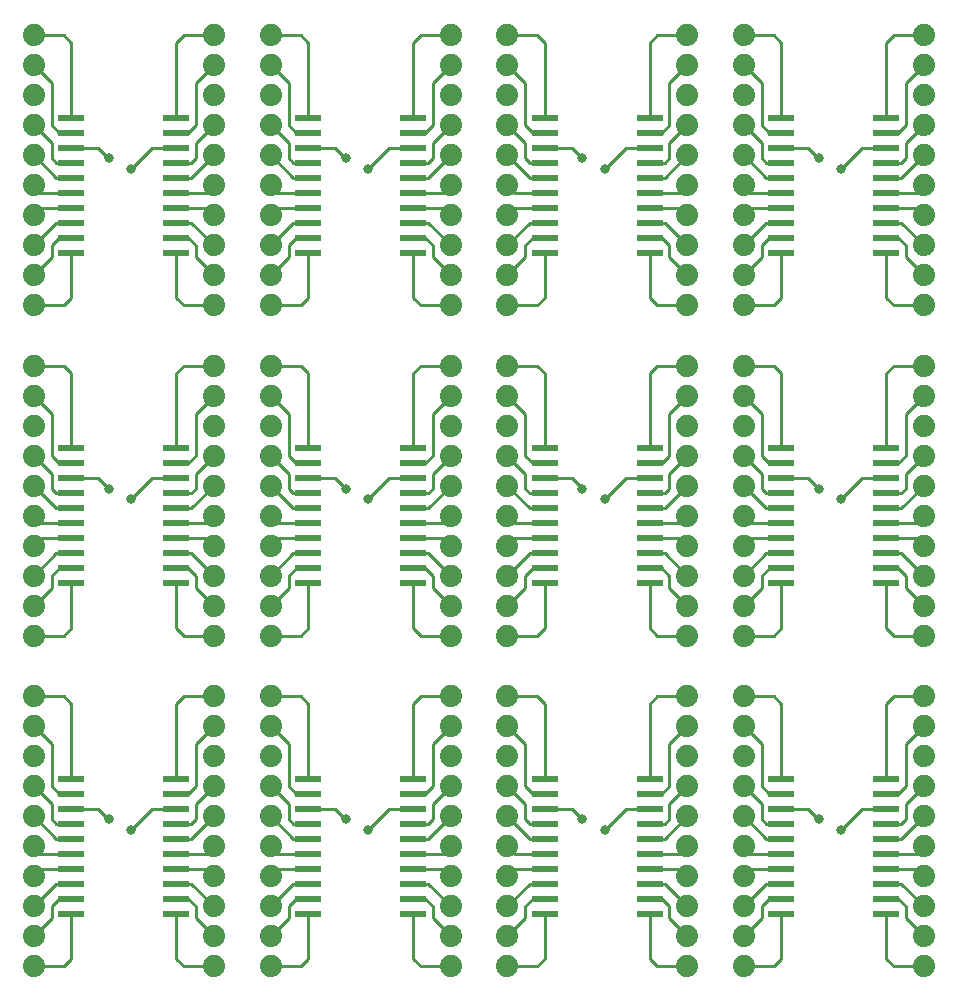
<source format=gbr>
G04 #@! TF.GenerationSoftware,KiCad,Pcbnew,5.1.5-5.1.5*
G04 #@! TF.CreationDate,2020-06-01T10:45:08+10:00*
G04 #@! TF.ProjectId,SOIC20-TSSOP20_panelized,534f4943-3230-42d5-9453-534f5032305f,rev?*
G04 #@! TF.SameCoordinates,Original*
G04 #@! TF.FileFunction,Copper,L1,Top*
G04 #@! TF.FilePolarity,Positive*
%FSLAX46Y46*%
G04 Gerber Fmt 4.6, Leading zero omitted, Abs format (unit mm)*
G04 Created by KiCad (PCBNEW 5.1.5-5.1.5) date 2020-06-01 10:45:08*
%MOMM*%
%LPD*%
G04 APERTURE LIST*
%ADD10R,2.200000X0.600000*%
%ADD11C,1.879600*%
%ADD12C,0.812800*%
%ADD13C,0.254000*%
G04 APERTURE END LIST*
D10*
X204341106Y-156513604D03*
X204341106Y-157783604D03*
X204341106Y-159053604D03*
X204341106Y-160323604D03*
X204341106Y-161593604D03*
X204341106Y-162863604D03*
X204341106Y-164133604D03*
X204341106Y-165403604D03*
X204341106Y-166673604D03*
X204341106Y-167943604D03*
X213231106Y-167943604D03*
X213231106Y-166673604D03*
X213231106Y-165403604D03*
X213231106Y-164133604D03*
X213231106Y-162863604D03*
X213231106Y-161593604D03*
X213231106Y-160323604D03*
X213231106Y-159053604D03*
X213231106Y-157783604D03*
X213231106Y-156513604D03*
X204341106Y-128533602D03*
X204341106Y-129803602D03*
X204341106Y-131073602D03*
X204341106Y-132343602D03*
X204341106Y-133613602D03*
X204341106Y-134883602D03*
X204341106Y-136153602D03*
X204341106Y-137423602D03*
X204341106Y-138693602D03*
X204341106Y-139963602D03*
X213231106Y-139963602D03*
X213231106Y-138693602D03*
X213231106Y-137423602D03*
X213231106Y-136153602D03*
X213231106Y-134883602D03*
X213231106Y-133613602D03*
X213231106Y-132343602D03*
X213231106Y-131073602D03*
X213231106Y-129803602D03*
X213231106Y-128533602D03*
X204341106Y-100553600D03*
X204341106Y-101823600D03*
X204341106Y-103093600D03*
X204341106Y-104363600D03*
X204341106Y-105633600D03*
X204341106Y-106903600D03*
X204341106Y-108173600D03*
X204341106Y-109443600D03*
X204341106Y-110713600D03*
X204341106Y-111983600D03*
X213231106Y-111983600D03*
X213231106Y-110713600D03*
X213231106Y-109443600D03*
X213231106Y-108173600D03*
X213231106Y-106903600D03*
X213231106Y-105633600D03*
X213231106Y-104363600D03*
X213231106Y-103093600D03*
X213231106Y-101823600D03*
X213231106Y-100553600D03*
X184301104Y-156513604D03*
X184301104Y-157783604D03*
X184301104Y-159053604D03*
X184301104Y-160323604D03*
X184301104Y-161593604D03*
X184301104Y-162863604D03*
X184301104Y-164133604D03*
X184301104Y-165403604D03*
X184301104Y-166673604D03*
X184301104Y-167943604D03*
X193191104Y-167943604D03*
X193191104Y-166673604D03*
X193191104Y-165403604D03*
X193191104Y-164133604D03*
X193191104Y-162863604D03*
X193191104Y-161593604D03*
X193191104Y-160323604D03*
X193191104Y-159053604D03*
X193191104Y-157783604D03*
X193191104Y-156513604D03*
X184301104Y-128533602D03*
X184301104Y-129803602D03*
X184301104Y-131073602D03*
X184301104Y-132343602D03*
X184301104Y-133613602D03*
X184301104Y-134883602D03*
X184301104Y-136153602D03*
X184301104Y-137423602D03*
X184301104Y-138693602D03*
X184301104Y-139963602D03*
X193191104Y-139963602D03*
X193191104Y-138693602D03*
X193191104Y-137423602D03*
X193191104Y-136153602D03*
X193191104Y-134883602D03*
X193191104Y-133613602D03*
X193191104Y-132343602D03*
X193191104Y-131073602D03*
X193191104Y-129803602D03*
X193191104Y-128533602D03*
X184301104Y-100553600D03*
X184301104Y-101823600D03*
X184301104Y-103093600D03*
X184301104Y-104363600D03*
X184301104Y-105633600D03*
X184301104Y-106903600D03*
X184301104Y-108173600D03*
X184301104Y-109443600D03*
X184301104Y-110713600D03*
X184301104Y-111983600D03*
X193191104Y-111983600D03*
X193191104Y-110713600D03*
X193191104Y-109443600D03*
X193191104Y-108173600D03*
X193191104Y-106903600D03*
X193191104Y-105633600D03*
X193191104Y-104363600D03*
X193191104Y-103093600D03*
X193191104Y-101823600D03*
X193191104Y-100553600D03*
X164261102Y-156513604D03*
X164261102Y-157783604D03*
X164261102Y-159053604D03*
X164261102Y-160323604D03*
X164261102Y-161593604D03*
X164261102Y-162863604D03*
X164261102Y-164133604D03*
X164261102Y-165403604D03*
X164261102Y-166673604D03*
X164261102Y-167943604D03*
X173151102Y-167943604D03*
X173151102Y-166673604D03*
X173151102Y-165403604D03*
X173151102Y-164133604D03*
X173151102Y-162863604D03*
X173151102Y-161593604D03*
X173151102Y-160323604D03*
X173151102Y-159053604D03*
X173151102Y-157783604D03*
X173151102Y-156513604D03*
X164261102Y-128533602D03*
X164261102Y-129803602D03*
X164261102Y-131073602D03*
X164261102Y-132343602D03*
X164261102Y-133613602D03*
X164261102Y-134883602D03*
X164261102Y-136153602D03*
X164261102Y-137423602D03*
X164261102Y-138693602D03*
X164261102Y-139963602D03*
X173151102Y-139963602D03*
X173151102Y-138693602D03*
X173151102Y-137423602D03*
X173151102Y-136153602D03*
X173151102Y-134883602D03*
X173151102Y-133613602D03*
X173151102Y-132343602D03*
X173151102Y-131073602D03*
X173151102Y-129803602D03*
X173151102Y-128533602D03*
X164261102Y-100553600D03*
X164261102Y-101823600D03*
X164261102Y-103093600D03*
X164261102Y-104363600D03*
X164261102Y-105633600D03*
X164261102Y-106903600D03*
X164261102Y-108173600D03*
X164261102Y-109443600D03*
X164261102Y-110713600D03*
X164261102Y-111983600D03*
X173151102Y-111983600D03*
X173151102Y-110713600D03*
X173151102Y-109443600D03*
X173151102Y-108173600D03*
X173151102Y-106903600D03*
X173151102Y-105633600D03*
X173151102Y-104363600D03*
X173151102Y-103093600D03*
X173151102Y-101823600D03*
X173151102Y-100553600D03*
X144221100Y-156513604D03*
X144221100Y-157783604D03*
X144221100Y-159053604D03*
X144221100Y-160323604D03*
X144221100Y-161593604D03*
X144221100Y-162863604D03*
X144221100Y-164133604D03*
X144221100Y-165403604D03*
X144221100Y-166673604D03*
X144221100Y-167943604D03*
X153111100Y-167943604D03*
X153111100Y-166673604D03*
X153111100Y-165403604D03*
X153111100Y-164133604D03*
X153111100Y-162863604D03*
X153111100Y-161593604D03*
X153111100Y-160323604D03*
X153111100Y-159053604D03*
X153111100Y-157783604D03*
X153111100Y-156513604D03*
X144221100Y-128533602D03*
X144221100Y-129803602D03*
X144221100Y-131073602D03*
X144221100Y-132343602D03*
X144221100Y-133613602D03*
X144221100Y-134883602D03*
X144221100Y-136153602D03*
X144221100Y-137423602D03*
X144221100Y-138693602D03*
X144221100Y-139963602D03*
X153111100Y-139963602D03*
X153111100Y-138693602D03*
X153111100Y-137423602D03*
X153111100Y-136153602D03*
X153111100Y-134883602D03*
X153111100Y-133613602D03*
X153111100Y-132343602D03*
X153111100Y-131073602D03*
X153111100Y-129803602D03*
X153111100Y-128533602D03*
D11*
X216406106Y-172388604D03*
X216406106Y-169848604D03*
X216406106Y-167308604D03*
X216406106Y-164768604D03*
X216406106Y-162228604D03*
X216406106Y-159688604D03*
X216406106Y-157148604D03*
X216406106Y-154608604D03*
X216406106Y-152068604D03*
X216406106Y-149528604D03*
X216406106Y-144408602D03*
X216406106Y-141868602D03*
X216406106Y-139328602D03*
X216406106Y-136788602D03*
X216406106Y-134248602D03*
X216406106Y-131708602D03*
X216406106Y-129168602D03*
X216406106Y-126628602D03*
X216406106Y-124088602D03*
X216406106Y-121548602D03*
X216406106Y-116428600D03*
X216406106Y-113888600D03*
X216406106Y-111348600D03*
X216406106Y-108808600D03*
X216406106Y-106268600D03*
X216406106Y-103728600D03*
X216406106Y-101188600D03*
X216406106Y-98648600D03*
X216406106Y-96108600D03*
X216406106Y-93568600D03*
X196366104Y-172388604D03*
X196366104Y-169848604D03*
X196366104Y-167308604D03*
X196366104Y-164768604D03*
X196366104Y-162228604D03*
X196366104Y-159688604D03*
X196366104Y-157148604D03*
X196366104Y-154608604D03*
X196366104Y-152068604D03*
X196366104Y-149528604D03*
X196366104Y-144408602D03*
X196366104Y-141868602D03*
X196366104Y-139328602D03*
X196366104Y-136788602D03*
X196366104Y-134248602D03*
X196366104Y-131708602D03*
X196366104Y-129168602D03*
X196366104Y-126628602D03*
X196366104Y-124088602D03*
X196366104Y-121548602D03*
X196366104Y-116428600D03*
X196366104Y-113888600D03*
X196366104Y-111348600D03*
X196366104Y-108808600D03*
X196366104Y-106268600D03*
X196366104Y-103728600D03*
X196366104Y-101188600D03*
X196366104Y-98648600D03*
X196366104Y-96108600D03*
X196366104Y-93568600D03*
X176326102Y-172388604D03*
X176326102Y-169848604D03*
X176326102Y-167308604D03*
X176326102Y-164768604D03*
X176326102Y-162228604D03*
X176326102Y-159688604D03*
X176326102Y-157148604D03*
X176326102Y-154608604D03*
X176326102Y-152068604D03*
X176326102Y-149528604D03*
X176326102Y-144408602D03*
X176326102Y-141868602D03*
X176326102Y-139328602D03*
X176326102Y-136788602D03*
X176326102Y-134248602D03*
X176326102Y-131708602D03*
X176326102Y-129168602D03*
X176326102Y-126628602D03*
X176326102Y-124088602D03*
X176326102Y-121548602D03*
X176326102Y-116428600D03*
X176326102Y-113888600D03*
X176326102Y-111348600D03*
X176326102Y-108808600D03*
X176326102Y-106268600D03*
X176326102Y-103728600D03*
X176326102Y-101188600D03*
X176326102Y-98648600D03*
X176326102Y-96108600D03*
X176326102Y-93568600D03*
X156286100Y-172388604D03*
X156286100Y-169848604D03*
X156286100Y-167308604D03*
X156286100Y-164768604D03*
X156286100Y-162228604D03*
X156286100Y-159688604D03*
X156286100Y-157148604D03*
X156286100Y-154608604D03*
X156286100Y-152068604D03*
X156286100Y-149528604D03*
X156286100Y-144408602D03*
X156286100Y-141868602D03*
X156286100Y-139328602D03*
X156286100Y-136788602D03*
X156286100Y-134248602D03*
X156286100Y-131708602D03*
X156286100Y-129168602D03*
X156286100Y-126628602D03*
X156286100Y-124088602D03*
X156286100Y-121548602D03*
X201166106Y-172388604D03*
X201166106Y-169848604D03*
X201166106Y-167308604D03*
X201166106Y-164768604D03*
X201166106Y-162228604D03*
X201166106Y-159688604D03*
X201166106Y-157148604D03*
X201166106Y-154608604D03*
X201166106Y-152068604D03*
X201166106Y-149528604D03*
X201166106Y-144408602D03*
X201166106Y-141868602D03*
X201166106Y-139328602D03*
X201166106Y-136788602D03*
X201166106Y-134248602D03*
X201166106Y-131708602D03*
X201166106Y-129168602D03*
X201166106Y-126628602D03*
X201166106Y-124088602D03*
X201166106Y-121548602D03*
X201166106Y-116428600D03*
X201166106Y-113888600D03*
X201166106Y-111348600D03*
X201166106Y-108808600D03*
X201166106Y-106268600D03*
X201166106Y-103728600D03*
X201166106Y-101188600D03*
X201166106Y-98648600D03*
X201166106Y-96108600D03*
X201166106Y-93568600D03*
X181126104Y-172388604D03*
X181126104Y-169848604D03*
X181126104Y-167308604D03*
X181126104Y-164768604D03*
X181126104Y-162228604D03*
X181126104Y-159688604D03*
X181126104Y-157148604D03*
X181126104Y-154608604D03*
X181126104Y-152068604D03*
X181126104Y-149528604D03*
X181126104Y-144408602D03*
X181126104Y-141868602D03*
X181126104Y-139328602D03*
X181126104Y-136788602D03*
X181126104Y-134248602D03*
X181126104Y-131708602D03*
X181126104Y-129168602D03*
X181126104Y-126628602D03*
X181126104Y-124088602D03*
X181126104Y-121548602D03*
X181126104Y-116428600D03*
X181126104Y-113888600D03*
X181126104Y-111348600D03*
X181126104Y-108808600D03*
X181126104Y-106268600D03*
X181126104Y-103728600D03*
X181126104Y-101188600D03*
X181126104Y-98648600D03*
X181126104Y-96108600D03*
X181126104Y-93568600D03*
X161086102Y-172388604D03*
X161086102Y-169848604D03*
X161086102Y-167308604D03*
X161086102Y-164768604D03*
X161086102Y-162228604D03*
X161086102Y-159688604D03*
X161086102Y-157148604D03*
X161086102Y-154608604D03*
X161086102Y-152068604D03*
X161086102Y-149528604D03*
X161086102Y-144408602D03*
X161086102Y-141868602D03*
X161086102Y-139328602D03*
X161086102Y-136788602D03*
X161086102Y-134248602D03*
X161086102Y-131708602D03*
X161086102Y-129168602D03*
X161086102Y-126628602D03*
X161086102Y-124088602D03*
X161086102Y-121548602D03*
X161086102Y-116428600D03*
X161086102Y-113888600D03*
X161086102Y-111348600D03*
X161086102Y-108808600D03*
X161086102Y-106268600D03*
X161086102Y-103728600D03*
X161086102Y-101188600D03*
X161086102Y-98648600D03*
X161086102Y-96108600D03*
X161086102Y-93568600D03*
X141046100Y-172388604D03*
X141046100Y-169848604D03*
X141046100Y-167308604D03*
X141046100Y-164768604D03*
X141046100Y-162228604D03*
X141046100Y-159688604D03*
X141046100Y-157148604D03*
X141046100Y-154608604D03*
X141046100Y-152068604D03*
X141046100Y-149528604D03*
X141046100Y-144408602D03*
X141046100Y-141868602D03*
X141046100Y-139328602D03*
X141046100Y-136788602D03*
X141046100Y-134248602D03*
X141046100Y-131708602D03*
X141046100Y-129168602D03*
X141046100Y-126628602D03*
X141046100Y-124088602D03*
X141046100Y-121548602D03*
X141046100Y-93568600D03*
X141046100Y-96108600D03*
X141046100Y-98648600D03*
X141046100Y-101188600D03*
X141046100Y-103728600D03*
X141046100Y-106268600D03*
X141046100Y-108808600D03*
X141046100Y-111348600D03*
X141046100Y-113888600D03*
X141046100Y-116428600D03*
X156286100Y-93568600D03*
X156286100Y-96108600D03*
X156286100Y-98648600D03*
X156286100Y-101188600D03*
X156286100Y-103728600D03*
X156286100Y-106268600D03*
X156286100Y-108808600D03*
X156286100Y-111348600D03*
X156286100Y-113888600D03*
X156286100Y-116428600D03*
D10*
X153111100Y-100553600D03*
X153111100Y-101823600D03*
X153111100Y-103093600D03*
X153111100Y-104363600D03*
X153111100Y-105633600D03*
X153111100Y-106903600D03*
X153111100Y-108173600D03*
X153111100Y-109443600D03*
X153111100Y-110713600D03*
X153111100Y-111983600D03*
X144221100Y-111983600D03*
X144221100Y-110713600D03*
X144221100Y-109443600D03*
X144221100Y-108173600D03*
X144221100Y-106903600D03*
X144221100Y-105633600D03*
X144221100Y-104363600D03*
X144221100Y-103093600D03*
X144221100Y-101823600D03*
X144221100Y-100553600D03*
D12*
X149301100Y-104871600D03*
X149301100Y-132851602D03*
X149301100Y-160831604D03*
X169341102Y-104871600D03*
X169341102Y-132851602D03*
X169341102Y-160831604D03*
X189381104Y-104871600D03*
X189381104Y-132851602D03*
X189381104Y-160831604D03*
X209421106Y-104871600D03*
X209421106Y-132851602D03*
X209421106Y-160831604D03*
X147396100Y-103982600D03*
X147396100Y-131962602D03*
X147396100Y-159942604D03*
X167436102Y-103982600D03*
X167436102Y-131962602D03*
X167436102Y-159942604D03*
X187476104Y-103982600D03*
X187476104Y-131962602D03*
X187476104Y-159942604D03*
X207516106Y-103982600D03*
X207516106Y-131962602D03*
X207516106Y-159942604D03*
D13*
X153111100Y-100553600D02*
X153111100Y-94203600D01*
X153111100Y-94203600D02*
X153746100Y-93568600D01*
X153746100Y-93568600D02*
X156286100Y-93568600D01*
X153111100Y-128533602D02*
X153111100Y-122183602D01*
X153111100Y-156513604D02*
X153111100Y-150163604D01*
X173151102Y-100553600D02*
X173151102Y-94203600D01*
X173151102Y-128533602D02*
X173151102Y-122183602D01*
X173151102Y-156513604D02*
X173151102Y-150163604D01*
X193191104Y-100553600D02*
X193191104Y-94203600D01*
X193191104Y-128533602D02*
X193191104Y-122183602D01*
X193191104Y-156513604D02*
X193191104Y-150163604D01*
X213231106Y-100553600D02*
X213231106Y-94203600D01*
X213231106Y-128533602D02*
X213231106Y-122183602D01*
X213231106Y-156513604D02*
X213231106Y-150163604D01*
X153111100Y-122183602D02*
X153746100Y-121548602D01*
X153111100Y-150163604D02*
X153746100Y-149528604D01*
X173151102Y-94203600D02*
X173786102Y-93568600D01*
X173151102Y-122183602D02*
X173786102Y-121548602D01*
X173151102Y-150163604D02*
X173786102Y-149528604D01*
X193191104Y-94203600D02*
X193826104Y-93568600D01*
X193191104Y-122183602D02*
X193826104Y-121548602D01*
X193191104Y-150163604D02*
X193826104Y-149528604D01*
X213231106Y-94203600D02*
X213866106Y-93568600D01*
X213231106Y-122183602D02*
X213866106Y-121548602D01*
X213231106Y-150163604D02*
X213866106Y-149528604D01*
X153746100Y-121548602D02*
X156286100Y-121548602D01*
X153746100Y-149528604D02*
X156286100Y-149528604D01*
X173786102Y-93568600D02*
X176326102Y-93568600D01*
X173786102Y-121548602D02*
X176326102Y-121548602D01*
X173786102Y-149528604D02*
X176326102Y-149528604D01*
X193826104Y-93568600D02*
X196366104Y-93568600D01*
X193826104Y-121548602D02*
X196366104Y-121548602D01*
X193826104Y-149528604D02*
X196366104Y-149528604D01*
X213866106Y-93568600D02*
X216406106Y-93568600D01*
X213866106Y-121548602D02*
X216406106Y-121548602D01*
X213866106Y-149528604D02*
X216406106Y-149528604D01*
X153111100Y-101823600D02*
X154127100Y-101823600D01*
X154127100Y-101823600D02*
X154762100Y-101188600D01*
X154762100Y-101188600D02*
X154762100Y-97632600D01*
X154762100Y-97632600D02*
X156286100Y-96108600D01*
X153111100Y-129803602D02*
X154127100Y-129803602D01*
X153111100Y-157783604D02*
X154127100Y-157783604D01*
X173151102Y-101823600D02*
X174167102Y-101823600D01*
X173151102Y-129803602D02*
X174167102Y-129803602D01*
X173151102Y-157783604D02*
X174167102Y-157783604D01*
X193191104Y-101823600D02*
X194207104Y-101823600D01*
X193191104Y-129803602D02*
X194207104Y-129803602D01*
X193191104Y-157783604D02*
X194207104Y-157783604D01*
X213231106Y-101823600D02*
X214247106Y-101823600D01*
X213231106Y-129803602D02*
X214247106Y-129803602D01*
X213231106Y-157783604D02*
X214247106Y-157783604D01*
X154127100Y-129803602D02*
X154762100Y-129168602D01*
X154127100Y-157783604D02*
X154762100Y-157148604D01*
X174167102Y-101823600D02*
X174802102Y-101188600D01*
X174167102Y-129803602D02*
X174802102Y-129168602D01*
X174167102Y-157783604D02*
X174802102Y-157148604D01*
X194207104Y-101823600D02*
X194842104Y-101188600D01*
X194207104Y-129803602D02*
X194842104Y-129168602D01*
X194207104Y-157783604D02*
X194842104Y-157148604D01*
X214247106Y-101823600D02*
X214882106Y-101188600D01*
X214247106Y-129803602D02*
X214882106Y-129168602D01*
X214247106Y-157783604D02*
X214882106Y-157148604D01*
X154762100Y-129168602D02*
X154762100Y-125612602D01*
X154762100Y-157148604D02*
X154762100Y-153592604D01*
X174802102Y-101188600D02*
X174802102Y-97632600D01*
X174802102Y-129168602D02*
X174802102Y-125612602D01*
X174802102Y-157148604D02*
X174802102Y-153592604D01*
X194842104Y-101188600D02*
X194842104Y-97632600D01*
X194842104Y-129168602D02*
X194842104Y-125612602D01*
X194842104Y-157148604D02*
X194842104Y-153592604D01*
X214882106Y-101188600D02*
X214882106Y-97632600D01*
X214882106Y-129168602D02*
X214882106Y-125612602D01*
X214882106Y-157148604D02*
X214882106Y-153592604D01*
X154762100Y-125612602D02*
X156286100Y-124088602D01*
X154762100Y-153592604D02*
X156286100Y-152068604D01*
X174802102Y-97632600D02*
X176326102Y-96108600D01*
X174802102Y-125612602D02*
X176326102Y-124088602D01*
X174802102Y-153592604D02*
X176326102Y-152068604D01*
X194842104Y-97632600D02*
X196366104Y-96108600D01*
X194842104Y-125612602D02*
X196366104Y-124088602D01*
X194842104Y-153592604D02*
X196366104Y-152068604D01*
X214882106Y-97632600D02*
X216406106Y-96108600D01*
X214882106Y-125612602D02*
X216406106Y-124088602D01*
X214882106Y-153592604D02*
X216406106Y-152068604D01*
X153111100Y-103093600D02*
X151079100Y-103093600D01*
X151079100Y-103093600D02*
X149301100Y-104871600D01*
X149301100Y-104871600D02*
X149174100Y-104998600D01*
X153111100Y-131073602D02*
X151079100Y-131073602D01*
X153111100Y-159053604D02*
X151079100Y-159053604D01*
X173151102Y-103093600D02*
X171119102Y-103093600D01*
X173151102Y-131073602D02*
X171119102Y-131073602D01*
X173151102Y-159053604D02*
X171119102Y-159053604D01*
X193191104Y-103093600D02*
X191159104Y-103093600D01*
X193191104Y-131073602D02*
X191159104Y-131073602D01*
X193191104Y-159053604D02*
X191159104Y-159053604D01*
X213231106Y-103093600D02*
X211199106Y-103093600D01*
X213231106Y-131073602D02*
X211199106Y-131073602D01*
X213231106Y-159053604D02*
X211199106Y-159053604D01*
X151079100Y-131073602D02*
X149301100Y-132851602D01*
X151079100Y-159053604D02*
X149301100Y-160831604D01*
X171119102Y-103093600D02*
X169341102Y-104871600D01*
X171119102Y-131073602D02*
X169341102Y-132851602D01*
X171119102Y-159053604D02*
X169341102Y-160831604D01*
X191159104Y-103093600D02*
X189381104Y-104871600D01*
X191159104Y-131073602D02*
X189381104Y-132851602D01*
X191159104Y-159053604D02*
X189381104Y-160831604D01*
X211199106Y-103093600D02*
X209421106Y-104871600D01*
X211199106Y-131073602D02*
X209421106Y-132851602D01*
X211199106Y-159053604D02*
X209421106Y-160831604D01*
X149301100Y-132851602D02*
X149174100Y-132978602D01*
X149301100Y-160831604D02*
X149174100Y-160958604D01*
X169341102Y-104871600D02*
X169214102Y-104998600D01*
X169341102Y-132851602D02*
X169214102Y-132978602D01*
X169341102Y-160831604D02*
X169214102Y-160958604D01*
X189381104Y-104871600D02*
X189254104Y-104998600D01*
X189381104Y-132851602D02*
X189254104Y-132978602D01*
X189381104Y-160831604D02*
X189254104Y-160958604D01*
X209421106Y-104871600D02*
X209294106Y-104998600D01*
X209421106Y-132851602D02*
X209294106Y-132978602D01*
X209421106Y-160831604D02*
X209294106Y-160958604D01*
X153111100Y-104363600D02*
X154381100Y-104363600D01*
X154381100Y-104363600D02*
X154762100Y-103982600D01*
X154762100Y-103982600D02*
X154762100Y-102712600D01*
X154762100Y-102712600D02*
X156286100Y-101188600D01*
X153111100Y-132343602D02*
X154381100Y-132343602D01*
X153111100Y-160323604D02*
X154381100Y-160323604D01*
X173151102Y-104363600D02*
X174421102Y-104363600D01*
X173151102Y-132343602D02*
X174421102Y-132343602D01*
X173151102Y-160323604D02*
X174421102Y-160323604D01*
X193191104Y-104363600D02*
X194461104Y-104363600D01*
X193191104Y-132343602D02*
X194461104Y-132343602D01*
X193191104Y-160323604D02*
X194461104Y-160323604D01*
X213231106Y-104363600D02*
X214501106Y-104363600D01*
X213231106Y-132343602D02*
X214501106Y-132343602D01*
X213231106Y-160323604D02*
X214501106Y-160323604D01*
X154381100Y-132343602D02*
X154762100Y-131962602D01*
X154381100Y-160323604D02*
X154762100Y-159942604D01*
X174421102Y-104363600D02*
X174802102Y-103982600D01*
X174421102Y-132343602D02*
X174802102Y-131962602D01*
X174421102Y-160323604D02*
X174802102Y-159942604D01*
X194461104Y-104363600D02*
X194842104Y-103982600D01*
X194461104Y-132343602D02*
X194842104Y-131962602D01*
X194461104Y-160323604D02*
X194842104Y-159942604D01*
X214501106Y-104363600D02*
X214882106Y-103982600D01*
X214501106Y-132343602D02*
X214882106Y-131962602D01*
X214501106Y-160323604D02*
X214882106Y-159942604D01*
X154762100Y-131962602D02*
X154762100Y-130692602D01*
X154762100Y-159942604D02*
X154762100Y-158672604D01*
X174802102Y-103982600D02*
X174802102Y-102712600D01*
X174802102Y-131962602D02*
X174802102Y-130692602D01*
X174802102Y-159942604D02*
X174802102Y-158672604D01*
X194842104Y-103982600D02*
X194842104Y-102712600D01*
X194842104Y-131962602D02*
X194842104Y-130692602D01*
X194842104Y-159942604D02*
X194842104Y-158672604D01*
X214882106Y-103982600D02*
X214882106Y-102712600D01*
X214882106Y-131962602D02*
X214882106Y-130692602D01*
X214882106Y-159942604D02*
X214882106Y-158672604D01*
X154762100Y-130692602D02*
X156286100Y-129168602D01*
X154762100Y-158672604D02*
X156286100Y-157148604D01*
X174802102Y-102712600D02*
X176326102Y-101188600D01*
X174802102Y-130692602D02*
X176326102Y-129168602D01*
X174802102Y-158672604D02*
X176326102Y-157148604D01*
X194842104Y-102712600D02*
X196366104Y-101188600D01*
X194842104Y-130692602D02*
X196366104Y-129168602D01*
X194842104Y-158672604D02*
X196366104Y-157148604D01*
X214882106Y-102712600D02*
X216406106Y-101188600D01*
X214882106Y-130692602D02*
X216406106Y-129168602D01*
X214882106Y-158672604D02*
X216406106Y-157148604D01*
X153111100Y-105633600D02*
X154381100Y-105633600D01*
X154381100Y-105633600D02*
X156286100Y-103728600D01*
X153111100Y-133613602D02*
X154381100Y-133613602D01*
X153111100Y-161593604D02*
X154381100Y-161593604D01*
X173151102Y-105633600D02*
X174421102Y-105633600D01*
X173151102Y-133613602D02*
X174421102Y-133613602D01*
X173151102Y-161593604D02*
X174421102Y-161593604D01*
X193191104Y-105633600D02*
X194461104Y-105633600D01*
X193191104Y-133613602D02*
X194461104Y-133613602D01*
X193191104Y-161593604D02*
X194461104Y-161593604D01*
X213231106Y-105633600D02*
X214501106Y-105633600D01*
X213231106Y-133613602D02*
X214501106Y-133613602D01*
X213231106Y-161593604D02*
X214501106Y-161593604D01*
X154381100Y-133613602D02*
X156286100Y-131708602D01*
X154381100Y-161593604D02*
X156286100Y-159688604D01*
X174421102Y-105633600D02*
X176326102Y-103728600D01*
X174421102Y-133613602D02*
X176326102Y-131708602D01*
X174421102Y-161593604D02*
X176326102Y-159688604D01*
X194461104Y-105633600D02*
X196366104Y-103728600D01*
X194461104Y-133613602D02*
X196366104Y-131708602D01*
X194461104Y-161593604D02*
X196366104Y-159688604D01*
X214501106Y-105633600D02*
X216406106Y-103728600D01*
X214501106Y-133613602D02*
X216406106Y-131708602D01*
X214501106Y-161593604D02*
X216406106Y-159688604D01*
X153111100Y-106903600D02*
X155651100Y-106903600D01*
X155651100Y-106903600D02*
X156286100Y-106268600D01*
X153111100Y-134883602D02*
X155651100Y-134883602D01*
X153111100Y-162863604D02*
X155651100Y-162863604D01*
X173151102Y-106903600D02*
X175691102Y-106903600D01*
X173151102Y-134883602D02*
X175691102Y-134883602D01*
X173151102Y-162863604D02*
X175691102Y-162863604D01*
X193191104Y-106903600D02*
X195731104Y-106903600D01*
X193191104Y-134883602D02*
X195731104Y-134883602D01*
X193191104Y-162863604D02*
X195731104Y-162863604D01*
X213231106Y-106903600D02*
X215771106Y-106903600D01*
X213231106Y-134883602D02*
X215771106Y-134883602D01*
X213231106Y-162863604D02*
X215771106Y-162863604D01*
X155651100Y-134883602D02*
X156286100Y-134248602D01*
X155651100Y-162863604D02*
X156286100Y-162228604D01*
X175691102Y-106903600D02*
X176326102Y-106268600D01*
X175691102Y-134883602D02*
X176326102Y-134248602D01*
X175691102Y-162863604D02*
X176326102Y-162228604D01*
X195731104Y-106903600D02*
X196366104Y-106268600D01*
X195731104Y-134883602D02*
X196366104Y-134248602D01*
X195731104Y-162863604D02*
X196366104Y-162228604D01*
X215771106Y-106903600D02*
X216406106Y-106268600D01*
X215771106Y-134883602D02*
X216406106Y-134248602D01*
X215771106Y-162863604D02*
X216406106Y-162228604D01*
X153111100Y-108173600D02*
X155651100Y-108173600D01*
X155651100Y-108173600D02*
X156286100Y-108808600D01*
X153111100Y-136153602D02*
X155651100Y-136153602D01*
X153111100Y-164133604D02*
X155651100Y-164133604D01*
X173151102Y-108173600D02*
X175691102Y-108173600D01*
X173151102Y-136153602D02*
X175691102Y-136153602D01*
X173151102Y-164133604D02*
X175691102Y-164133604D01*
X193191104Y-108173600D02*
X195731104Y-108173600D01*
X193191104Y-136153602D02*
X195731104Y-136153602D01*
X193191104Y-164133604D02*
X195731104Y-164133604D01*
X213231106Y-108173600D02*
X215771106Y-108173600D01*
X213231106Y-136153602D02*
X215771106Y-136153602D01*
X213231106Y-164133604D02*
X215771106Y-164133604D01*
X155651100Y-136153602D02*
X156286100Y-136788602D01*
X155651100Y-164133604D02*
X156286100Y-164768604D01*
X175691102Y-108173600D02*
X176326102Y-108808600D01*
X175691102Y-136153602D02*
X176326102Y-136788602D01*
X175691102Y-164133604D02*
X176326102Y-164768604D01*
X195731104Y-108173600D02*
X196366104Y-108808600D01*
X195731104Y-136153602D02*
X196366104Y-136788602D01*
X195731104Y-164133604D02*
X196366104Y-164768604D01*
X215771106Y-108173600D02*
X216406106Y-108808600D01*
X215771106Y-136153602D02*
X216406106Y-136788602D01*
X215771106Y-164133604D02*
X216406106Y-164768604D01*
X153111100Y-109443600D02*
X154381100Y-109443600D01*
X154381100Y-109443600D02*
X156286100Y-111348600D01*
X153111100Y-137423602D02*
X154381100Y-137423602D01*
X153111100Y-165403604D02*
X154381100Y-165403604D01*
X173151102Y-109443600D02*
X174421102Y-109443600D01*
X173151102Y-137423602D02*
X174421102Y-137423602D01*
X173151102Y-165403604D02*
X174421102Y-165403604D01*
X193191104Y-109443600D02*
X194461104Y-109443600D01*
X193191104Y-137423602D02*
X194461104Y-137423602D01*
X193191104Y-165403604D02*
X194461104Y-165403604D01*
X213231106Y-109443600D02*
X214501106Y-109443600D01*
X213231106Y-137423602D02*
X214501106Y-137423602D01*
X213231106Y-165403604D02*
X214501106Y-165403604D01*
X154381100Y-137423602D02*
X156286100Y-139328602D01*
X154381100Y-165403604D02*
X156286100Y-167308604D01*
X174421102Y-109443600D02*
X176326102Y-111348600D01*
X174421102Y-137423602D02*
X176326102Y-139328602D01*
X174421102Y-165403604D02*
X176326102Y-167308604D01*
X194461104Y-109443600D02*
X196366104Y-111348600D01*
X194461104Y-137423602D02*
X196366104Y-139328602D01*
X194461104Y-165403604D02*
X196366104Y-167308604D01*
X214501106Y-109443600D02*
X216406106Y-111348600D01*
X214501106Y-137423602D02*
X216406106Y-139328602D01*
X214501106Y-165403604D02*
X216406106Y-167308604D01*
X153111100Y-110713600D02*
X154127100Y-110713600D01*
X154127100Y-110713600D02*
X154762100Y-111348600D01*
X154762100Y-111348600D02*
X154762100Y-112364600D01*
X154762100Y-112364600D02*
X156286100Y-113888600D01*
X153111100Y-138693602D02*
X154127100Y-138693602D01*
X153111100Y-166673604D02*
X154127100Y-166673604D01*
X173151102Y-110713600D02*
X174167102Y-110713600D01*
X173151102Y-138693602D02*
X174167102Y-138693602D01*
X173151102Y-166673604D02*
X174167102Y-166673604D01*
X193191104Y-110713600D02*
X194207104Y-110713600D01*
X193191104Y-138693602D02*
X194207104Y-138693602D01*
X193191104Y-166673604D02*
X194207104Y-166673604D01*
X213231106Y-110713600D02*
X214247106Y-110713600D01*
X213231106Y-138693602D02*
X214247106Y-138693602D01*
X213231106Y-166673604D02*
X214247106Y-166673604D01*
X154127100Y-138693602D02*
X154762100Y-139328602D01*
X154127100Y-166673604D02*
X154762100Y-167308604D01*
X174167102Y-110713600D02*
X174802102Y-111348600D01*
X174167102Y-138693602D02*
X174802102Y-139328602D01*
X174167102Y-166673604D02*
X174802102Y-167308604D01*
X194207104Y-110713600D02*
X194842104Y-111348600D01*
X194207104Y-138693602D02*
X194842104Y-139328602D01*
X194207104Y-166673604D02*
X194842104Y-167308604D01*
X214247106Y-110713600D02*
X214882106Y-111348600D01*
X214247106Y-138693602D02*
X214882106Y-139328602D01*
X214247106Y-166673604D02*
X214882106Y-167308604D01*
X154762100Y-139328602D02*
X154762100Y-140344602D01*
X154762100Y-167308604D02*
X154762100Y-168324604D01*
X174802102Y-111348600D02*
X174802102Y-112364600D01*
X174802102Y-139328602D02*
X174802102Y-140344602D01*
X174802102Y-167308604D02*
X174802102Y-168324604D01*
X194842104Y-111348600D02*
X194842104Y-112364600D01*
X194842104Y-139328602D02*
X194842104Y-140344602D01*
X194842104Y-167308604D02*
X194842104Y-168324604D01*
X214882106Y-111348600D02*
X214882106Y-112364600D01*
X214882106Y-139328602D02*
X214882106Y-140344602D01*
X214882106Y-167308604D02*
X214882106Y-168324604D01*
X154762100Y-140344602D02*
X156286100Y-141868602D01*
X154762100Y-168324604D02*
X156286100Y-169848604D01*
X174802102Y-112364600D02*
X176326102Y-113888600D01*
X174802102Y-140344602D02*
X176326102Y-141868602D01*
X174802102Y-168324604D02*
X176326102Y-169848604D01*
X194842104Y-112364600D02*
X196366104Y-113888600D01*
X194842104Y-140344602D02*
X196366104Y-141868602D01*
X194842104Y-168324604D02*
X196366104Y-169848604D01*
X214882106Y-112364600D02*
X216406106Y-113888600D01*
X214882106Y-140344602D02*
X216406106Y-141868602D01*
X214882106Y-168324604D02*
X216406106Y-169848604D01*
X153111100Y-111983600D02*
X153111100Y-115793600D01*
X153111100Y-115793600D02*
X153746100Y-116428600D01*
X153746100Y-116428600D02*
X156286100Y-116428600D01*
X153111100Y-139963602D02*
X153111100Y-143773602D01*
X153111100Y-167943604D02*
X153111100Y-171753604D01*
X173151102Y-111983600D02*
X173151102Y-115793600D01*
X173151102Y-139963602D02*
X173151102Y-143773602D01*
X173151102Y-167943604D02*
X173151102Y-171753604D01*
X193191104Y-111983600D02*
X193191104Y-115793600D01*
X193191104Y-139963602D02*
X193191104Y-143773602D01*
X193191104Y-167943604D02*
X193191104Y-171753604D01*
X213231106Y-111983600D02*
X213231106Y-115793600D01*
X213231106Y-139963602D02*
X213231106Y-143773602D01*
X213231106Y-167943604D02*
X213231106Y-171753604D01*
X153111100Y-143773602D02*
X153746100Y-144408602D01*
X153111100Y-171753604D02*
X153746100Y-172388604D01*
X173151102Y-115793600D02*
X173786102Y-116428600D01*
X173151102Y-143773602D02*
X173786102Y-144408602D01*
X173151102Y-171753604D02*
X173786102Y-172388604D01*
X193191104Y-115793600D02*
X193826104Y-116428600D01*
X193191104Y-143773602D02*
X193826104Y-144408602D01*
X193191104Y-171753604D02*
X193826104Y-172388604D01*
X213231106Y-115793600D02*
X213866106Y-116428600D01*
X213231106Y-143773602D02*
X213866106Y-144408602D01*
X213231106Y-171753604D02*
X213866106Y-172388604D01*
X153746100Y-144408602D02*
X156286100Y-144408602D01*
X153746100Y-172388604D02*
X156286100Y-172388604D01*
X173786102Y-116428600D02*
X176326102Y-116428600D01*
X173786102Y-144408602D02*
X176326102Y-144408602D01*
X173786102Y-172388604D02*
X176326102Y-172388604D01*
X193826104Y-116428600D02*
X196366104Y-116428600D01*
X193826104Y-144408602D02*
X196366104Y-144408602D01*
X193826104Y-172388604D02*
X196366104Y-172388604D01*
X213866106Y-116428600D02*
X216406106Y-116428600D01*
X213866106Y-144408602D02*
X216406106Y-144408602D01*
X213866106Y-172388604D02*
X216406106Y-172388604D01*
X144221100Y-111983600D02*
X144221100Y-115793600D01*
X144221100Y-115793600D02*
X143586100Y-116428600D01*
X143586100Y-116428600D02*
X141046100Y-116428600D01*
X144221100Y-139963602D02*
X144221100Y-143773602D01*
X144221100Y-167943604D02*
X144221100Y-171753604D01*
X164261102Y-111983600D02*
X164261102Y-115793600D01*
X164261102Y-139963602D02*
X164261102Y-143773602D01*
X164261102Y-167943604D02*
X164261102Y-171753604D01*
X184301104Y-111983600D02*
X184301104Y-115793600D01*
X184301104Y-139963602D02*
X184301104Y-143773602D01*
X184301104Y-167943604D02*
X184301104Y-171753604D01*
X204341106Y-111983600D02*
X204341106Y-115793600D01*
X204341106Y-139963602D02*
X204341106Y-143773602D01*
X204341106Y-167943604D02*
X204341106Y-171753604D01*
X144221100Y-143773602D02*
X143586100Y-144408602D01*
X144221100Y-171753604D02*
X143586100Y-172388604D01*
X164261102Y-115793600D02*
X163626102Y-116428600D01*
X164261102Y-143773602D02*
X163626102Y-144408602D01*
X164261102Y-171753604D02*
X163626102Y-172388604D01*
X184301104Y-115793600D02*
X183666104Y-116428600D01*
X184301104Y-143773602D02*
X183666104Y-144408602D01*
X184301104Y-171753604D02*
X183666104Y-172388604D01*
X204341106Y-115793600D02*
X203706106Y-116428600D01*
X204341106Y-143773602D02*
X203706106Y-144408602D01*
X204341106Y-171753604D02*
X203706106Y-172388604D01*
X143586100Y-144408602D02*
X141046100Y-144408602D01*
X143586100Y-172388604D02*
X141046100Y-172388604D01*
X163626102Y-116428600D02*
X161086102Y-116428600D01*
X163626102Y-144408602D02*
X161086102Y-144408602D01*
X163626102Y-172388604D02*
X161086102Y-172388604D01*
X183666104Y-116428600D02*
X181126104Y-116428600D01*
X183666104Y-144408602D02*
X181126104Y-144408602D01*
X183666104Y-172388604D02*
X181126104Y-172388604D01*
X203706106Y-116428600D02*
X201166106Y-116428600D01*
X203706106Y-144408602D02*
X201166106Y-144408602D01*
X203706106Y-172388604D02*
X201166106Y-172388604D01*
X144221100Y-110713600D02*
X143205100Y-110713600D01*
X143205100Y-110713600D02*
X142570100Y-111348600D01*
X142570100Y-111348600D02*
X142570100Y-112364600D01*
X142570100Y-112364600D02*
X141046100Y-113888600D01*
X144221100Y-138693602D02*
X143205100Y-138693602D01*
X144221100Y-166673604D02*
X143205100Y-166673604D01*
X164261102Y-110713600D02*
X163245102Y-110713600D01*
X164261102Y-138693602D02*
X163245102Y-138693602D01*
X164261102Y-166673604D02*
X163245102Y-166673604D01*
X184301104Y-110713600D02*
X183285104Y-110713600D01*
X184301104Y-138693602D02*
X183285104Y-138693602D01*
X184301104Y-166673604D02*
X183285104Y-166673604D01*
X204341106Y-110713600D02*
X203325106Y-110713600D01*
X204341106Y-138693602D02*
X203325106Y-138693602D01*
X204341106Y-166673604D02*
X203325106Y-166673604D01*
X143205100Y-138693602D02*
X142570100Y-139328602D01*
X143205100Y-166673604D02*
X142570100Y-167308604D01*
X163245102Y-110713600D02*
X162610102Y-111348600D01*
X163245102Y-138693602D02*
X162610102Y-139328602D01*
X163245102Y-166673604D02*
X162610102Y-167308604D01*
X183285104Y-110713600D02*
X182650104Y-111348600D01*
X183285104Y-138693602D02*
X182650104Y-139328602D01*
X183285104Y-166673604D02*
X182650104Y-167308604D01*
X203325106Y-110713600D02*
X202690106Y-111348600D01*
X203325106Y-138693602D02*
X202690106Y-139328602D01*
X203325106Y-166673604D02*
X202690106Y-167308604D01*
X142570100Y-139328602D02*
X142570100Y-140344602D01*
X142570100Y-167308604D02*
X142570100Y-168324604D01*
X162610102Y-111348600D02*
X162610102Y-112364600D01*
X162610102Y-139328602D02*
X162610102Y-140344602D01*
X162610102Y-167308604D02*
X162610102Y-168324604D01*
X182650104Y-111348600D02*
X182650104Y-112364600D01*
X182650104Y-139328602D02*
X182650104Y-140344602D01*
X182650104Y-167308604D02*
X182650104Y-168324604D01*
X202690106Y-111348600D02*
X202690106Y-112364600D01*
X202690106Y-139328602D02*
X202690106Y-140344602D01*
X202690106Y-167308604D02*
X202690106Y-168324604D01*
X142570100Y-140344602D02*
X141046100Y-141868602D01*
X142570100Y-168324604D02*
X141046100Y-169848604D01*
X162610102Y-112364600D02*
X161086102Y-113888600D01*
X162610102Y-140344602D02*
X161086102Y-141868602D01*
X162610102Y-168324604D02*
X161086102Y-169848604D01*
X182650104Y-112364600D02*
X181126104Y-113888600D01*
X182650104Y-140344602D02*
X181126104Y-141868602D01*
X182650104Y-168324604D02*
X181126104Y-169848604D01*
X202690106Y-112364600D02*
X201166106Y-113888600D01*
X202690106Y-140344602D02*
X201166106Y-141868602D01*
X202690106Y-168324604D02*
X201166106Y-169848604D01*
X144221100Y-109443600D02*
X142951100Y-109443600D01*
X142951100Y-109443600D02*
X141046100Y-111348600D01*
X144221100Y-137423602D02*
X142951100Y-137423602D01*
X144221100Y-165403604D02*
X142951100Y-165403604D01*
X164261102Y-109443600D02*
X162991102Y-109443600D01*
X164261102Y-137423602D02*
X162991102Y-137423602D01*
X164261102Y-165403604D02*
X162991102Y-165403604D01*
X184301104Y-109443600D02*
X183031104Y-109443600D01*
X184301104Y-137423602D02*
X183031104Y-137423602D01*
X184301104Y-165403604D02*
X183031104Y-165403604D01*
X204341106Y-109443600D02*
X203071106Y-109443600D01*
X204341106Y-137423602D02*
X203071106Y-137423602D01*
X204341106Y-165403604D02*
X203071106Y-165403604D01*
X142951100Y-137423602D02*
X141046100Y-139328602D01*
X142951100Y-165403604D02*
X141046100Y-167308604D01*
X162991102Y-109443600D02*
X161086102Y-111348600D01*
X162991102Y-137423602D02*
X161086102Y-139328602D01*
X162991102Y-165403604D02*
X161086102Y-167308604D01*
X183031104Y-109443600D02*
X181126104Y-111348600D01*
X183031104Y-137423602D02*
X181126104Y-139328602D01*
X183031104Y-165403604D02*
X181126104Y-167308604D01*
X203071106Y-109443600D02*
X201166106Y-111348600D01*
X203071106Y-137423602D02*
X201166106Y-139328602D01*
X203071106Y-165403604D02*
X201166106Y-167308604D01*
X144221100Y-108173600D02*
X141681100Y-108173600D01*
X141681100Y-108173600D02*
X141046100Y-108808600D01*
X144221100Y-136153602D02*
X141681100Y-136153602D01*
X144221100Y-164133604D02*
X141681100Y-164133604D01*
X164261102Y-108173600D02*
X161721102Y-108173600D01*
X164261102Y-136153602D02*
X161721102Y-136153602D01*
X164261102Y-164133604D02*
X161721102Y-164133604D01*
X184301104Y-108173600D02*
X181761104Y-108173600D01*
X184301104Y-136153602D02*
X181761104Y-136153602D01*
X184301104Y-164133604D02*
X181761104Y-164133604D01*
X204341106Y-108173600D02*
X201801106Y-108173600D01*
X204341106Y-136153602D02*
X201801106Y-136153602D01*
X204341106Y-164133604D02*
X201801106Y-164133604D01*
X141681100Y-136153602D02*
X141046100Y-136788602D01*
X141681100Y-164133604D02*
X141046100Y-164768604D01*
X161721102Y-108173600D02*
X161086102Y-108808600D01*
X161721102Y-136153602D02*
X161086102Y-136788602D01*
X161721102Y-164133604D02*
X161086102Y-164768604D01*
X181761104Y-108173600D02*
X181126104Y-108808600D01*
X181761104Y-136153602D02*
X181126104Y-136788602D01*
X181761104Y-164133604D02*
X181126104Y-164768604D01*
X201801106Y-108173600D02*
X201166106Y-108808600D01*
X201801106Y-136153602D02*
X201166106Y-136788602D01*
X201801106Y-164133604D02*
X201166106Y-164768604D01*
X144221100Y-106903600D02*
X141681100Y-106903600D01*
X141681100Y-106903600D02*
X141046100Y-106268600D01*
X144221100Y-134883602D02*
X141681100Y-134883602D01*
X144221100Y-162863604D02*
X141681100Y-162863604D01*
X164261102Y-106903600D02*
X161721102Y-106903600D01*
X164261102Y-134883602D02*
X161721102Y-134883602D01*
X164261102Y-162863604D02*
X161721102Y-162863604D01*
X184301104Y-106903600D02*
X181761104Y-106903600D01*
X184301104Y-134883602D02*
X181761104Y-134883602D01*
X184301104Y-162863604D02*
X181761104Y-162863604D01*
X204341106Y-106903600D02*
X201801106Y-106903600D01*
X204341106Y-134883602D02*
X201801106Y-134883602D01*
X204341106Y-162863604D02*
X201801106Y-162863604D01*
X141681100Y-134883602D02*
X141046100Y-134248602D01*
X141681100Y-162863604D02*
X141046100Y-162228604D01*
X161721102Y-106903600D02*
X161086102Y-106268600D01*
X161721102Y-134883602D02*
X161086102Y-134248602D01*
X161721102Y-162863604D02*
X161086102Y-162228604D01*
X181761104Y-106903600D02*
X181126104Y-106268600D01*
X181761104Y-134883602D02*
X181126104Y-134248602D01*
X181761104Y-162863604D02*
X181126104Y-162228604D01*
X201801106Y-106903600D02*
X201166106Y-106268600D01*
X201801106Y-134883602D02*
X201166106Y-134248602D01*
X201801106Y-162863604D02*
X201166106Y-162228604D01*
X144221100Y-105633600D02*
X142951100Y-105633600D01*
X142951100Y-105633600D02*
X141046100Y-103728600D01*
X144221100Y-133613602D02*
X142951100Y-133613602D01*
X144221100Y-161593604D02*
X142951100Y-161593604D01*
X164261102Y-105633600D02*
X162991102Y-105633600D01*
X164261102Y-133613602D02*
X162991102Y-133613602D01*
X164261102Y-161593604D02*
X162991102Y-161593604D01*
X184301104Y-105633600D02*
X183031104Y-105633600D01*
X184301104Y-133613602D02*
X183031104Y-133613602D01*
X184301104Y-161593604D02*
X183031104Y-161593604D01*
X204341106Y-105633600D02*
X203071106Y-105633600D01*
X204341106Y-133613602D02*
X203071106Y-133613602D01*
X204341106Y-161593604D02*
X203071106Y-161593604D01*
X142951100Y-133613602D02*
X141046100Y-131708602D01*
X142951100Y-161593604D02*
X141046100Y-159688604D01*
X162991102Y-105633600D02*
X161086102Y-103728600D01*
X162991102Y-133613602D02*
X161086102Y-131708602D01*
X162991102Y-161593604D02*
X161086102Y-159688604D01*
X183031104Y-105633600D02*
X181126104Y-103728600D01*
X183031104Y-133613602D02*
X181126104Y-131708602D01*
X183031104Y-161593604D02*
X181126104Y-159688604D01*
X203071106Y-105633600D02*
X201166106Y-103728600D01*
X203071106Y-133613602D02*
X201166106Y-131708602D01*
X203071106Y-161593604D02*
X201166106Y-159688604D01*
X144221100Y-104363600D02*
X142951100Y-104363600D01*
X142951100Y-104363600D02*
X142570100Y-103982600D01*
X142570100Y-103982600D02*
X142570100Y-102712600D01*
X142570100Y-102712600D02*
X141046100Y-101188600D01*
X144221100Y-132343602D02*
X142951100Y-132343602D01*
X144221100Y-160323604D02*
X142951100Y-160323604D01*
X164261102Y-104363600D02*
X162991102Y-104363600D01*
X164261102Y-132343602D02*
X162991102Y-132343602D01*
X164261102Y-160323604D02*
X162991102Y-160323604D01*
X184301104Y-104363600D02*
X183031104Y-104363600D01*
X184301104Y-132343602D02*
X183031104Y-132343602D01*
X184301104Y-160323604D02*
X183031104Y-160323604D01*
X204341106Y-104363600D02*
X203071106Y-104363600D01*
X204341106Y-132343602D02*
X203071106Y-132343602D01*
X204341106Y-160323604D02*
X203071106Y-160323604D01*
X142951100Y-132343602D02*
X142570100Y-131962602D01*
X142951100Y-160323604D02*
X142570100Y-159942604D01*
X162991102Y-104363600D02*
X162610102Y-103982600D01*
X162991102Y-132343602D02*
X162610102Y-131962602D01*
X162991102Y-160323604D02*
X162610102Y-159942604D01*
X183031104Y-104363600D02*
X182650104Y-103982600D01*
X183031104Y-132343602D02*
X182650104Y-131962602D01*
X183031104Y-160323604D02*
X182650104Y-159942604D01*
X203071106Y-104363600D02*
X202690106Y-103982600D01*
X203071106Y-132343602D02*
X202690106Y-131962602D01*
X203071106Y-160323604D02*
X202690106Y-159942604D01*
X142570100Y-131962602D02*
X142570100Y-130692602D01*
X142570100Y-159942604D02*
X142570100Y-158672604D01*
X162610102Y-103982600D02*
X162610102Y-102712600D01*
X162610102Y-131962602D02*
X162610102Y-130692602D01*
X162610102Y-159942604D02*
X162610102Y-158672604D01*
X182650104Y-103982600D02*
X182650104Y-102712600D01*
X182650104Y-131962602D02*
X182650104Y-130692602D01*
X182650104Y-159942604D02*
X182650104Y-158672604D01*
X202690106Y-103982600D02*
X202690106Y-102712600D01*
X202690106Y-131962602D02*
X202690106Y-130692602D01*
X202690106Y-159942604D02*
X202690106Y-158672604D01*
X142570100Y-130692602D02*
X141046100Y-129168602D01*
X142570100Y-158672604D02*
X141046100Y-157148604D01*
X162610102Y-102712600D02*
X161086102Y-101188600D01*
X162610102Y-130692602D02*
X161086102Y-129168602D01*
X162610102Y-158672604D02*
X161086102Y-157148604D01*
X182650104Y-102712600D02*
X181126104Y-101188600D01*
X182650104Y-130692602D02*
X181126104Y-129168602D01*
X182650104Y-158672604D02*
X181126104Y-157148604D01*
X202690106Y-102712600D02*
X201166106Y-101188600D01*
X202690106Y-130692602D02*
X201166106Y-129168602D01*
X202690106Y-158672604D02*
X201166106Y-157148604D01*
X144221100Y-103093600D02*
X146507100Y-103093600D01*
X146507100Y-103093600D02*
X147269100Y-103855600D01*
X147396100Y-103982600D02*
X147269100Y-103855600D01*
X144221100Y-131073602D02*
X146507100Y-131073602D01*
X144221100Y-159053604D02*
X146507100Y-159053604D01*
X164261102Y-103093600D02*
X166547102Y-103093600D01*
X164261102Y-131073602D02*
X166547102Y-131073602D01*
X164261102Y-159053604D02*
X166547102Y-159053604D01*
X184301104Y-103093600D02*
X186587104Y-103093600D01*
X184301104Y-131073602D02*
X186587104Y-131073602D01*
X184301104Y-159053604D02*
X186587104Y-159053604D01*
X204341106Y-103093600D02*
X206627106Y-103093600D01*
X204341106Y-131073602D02*
X206627106Y-131073602D01*
X204341106Y-159053604D02*
X206627106Y-159053604D01*
X146507100Y-131073602D02*
X147269100Y-131835602D01*
X146507100Y-159053604D02*
X147269100Y-159815604D01*
X166547102Y-103093600D02*
X167309102Y-103855600D01*
X166547102Y-131073602D02*
X167309102Y-131835602D01*
X166547102Y-159053604D02*
X167309102Y-159815604D01*
X186587104Y-103093600D02*
X187349104Y-103855600D01*
X186587104Y-131073602D02*
X187349104Y-131835602D01*
X186587104Y-159053604D02*
X187349104Y-159815604D01*
X206627106Y-103093600D02*
X207389106Y-103855600D01*
X206627106Y-131073602D02*
X207389106Y-131835602D01*
X206627106Y-159053604D02*
X207389106Y-159815604D01*
X147396100Y-131962602D02*
X147269100Y-131835602D01*
X147396100Y-159942604D02*
X147269100Y-159815604D01*
X167436102Y-103982600D02*
X167309102Y-103855600D01*
X167436102Y-131962602D02*
X167309102Y-131835602D01*
X167436102Y-159942604D02*
X167309102Y-159815604D01*
X187476104Y-103982600D02*
X187349104Y-103855600D01*
X187476104Y-131962602D02*
X187349104Y-131835602D01*
X187476104Y-159942604D02*
X187349104Y-159815604D01*
X207516106Y-103982600D02*
X207389106Y-103855600D01*
X207516106Y-131962602D02*
X207389106Y-131835602D01*
X207516106Y-159942604D02*
X207389106Y-159815604D01*
X144221100Y-101823600D02*
X143205100Y-101823600D01*
X143205100Y-101823600D02*
X142570100Y-101188600D01*
X142570100Y-101188600D02*
X142570100Y-97632600D01*
X142570100Y-97632600D02*
X141046100Y-96108600D01*
X144221100Y-129803602D02*
X143205100Y-129803602D01*
X144221100Y-157783604D02*
X143205100Y-157783604D01*
X164261102Y-101823600D02*
X163245102Y-101823600D01*
X164261102Y-129803602D02*
X163245102Y-129803602D01*
X164261102Y-157783604D02*
X163245102Y-157783604D01*
X184301104Y-101823600D02*
X183285104Y-101823600D01*
X184301104Y-129803602D02*
X183285104Y-129803602D01*
X184301104Y-157783604D02*
X183285104Y-157783604D01*
X204341106Y-101823600D02*
X203325106Y-101823600D01*
X204341106Y-129803602D02*
X203325106Y-129803602D01*
X204341106Y-157783604D02*
X203325106Y-157783604D01*
X143205100Y-129803602D02*
X142570100Y-129168602D01*
X143205100Y-157783604D02*
X142570100Y-157148604D01*
X163245102Y-101823600D02*
X162610102Y-101188600D01*
X163245102Y-129803602D02*
X162610102Y-129168602D01*
X163245102Y-157783604D02*
X162610102Y-157148604D01*
X183285104Y-101823600D02*
X182650104Y-101188600D01*
X183285104Y-129803602D02*
X182650104Y-129168602D01*
X183285104Y-157783604D02*
X182650104Y-157148604D01*
X203325106Y-101823600D02*
X202690106Y-101188600D01*
X203325106Y-129803602D02*
X202690106Y-129168602D01*
X203325106Y-157783604D02*
X202690106Y-157148604D01*
X142570100Y-129168602D02*
X142570100Y-125612602D01*
X142570100Y-157148604D02*
X142570100Y-153592604D01*
X162610102Y-101188600D02*
X162610102Y-97632600D01*
X162610102Y-129168602D02*
X162610102Y-125612602D01*
X162610102Y-157148604D02*
X162610102Y-153592604D01*
X182650104Y-101188600D02*
X182650104Y-97632600D01*
X182650104Y-129168602D02*
X182650104Y-125612602D01*
X182650104Y-157148604D02*
X182650104Y-153592604D01*
X202690106Y-101188600D02*
X202690106Y-97632600D01*
X202690106Y-129168602D02*
X202690106Y-125612602D01*
X202690106Y-157148604D02*
X202690106Y-153592604D01*
X142570100Y-125612602D02*
X141046100Y-124088602D01*
X142570100Y-153592604D02*
X141046100Y-152068604D01*
X162610102Y-97632600D02*
X161086102Y-96108600D01*
X162610102Y-125612602D02*
X161086102Y-124088602D01*
X162610102Y-153592604D02*
X161086102Y-152068604D01*
X182650104Y-97632600D02*
X181126104Y-96108600D01*
X182650104Y-125612602D02*
X181126104Y-124088602D01*
X182650104Y-153592604D02*
X181126104Y-152068604D01*
X202690106Y-97632600D02*
X201166106Y-96108600D01*
X202690106Y-125612602D02*
X201166106Y-124088602D01*
X202690106Y-153592604D02*
X201166106Y-152068604D01*
X144221100Y-100553600D02*
X144221100Y-94203600D01*
X144221100Y-94203600D02*
X143586100Y-93568600D01*
X143586100Y-93568600D02*
X141046100Y-93568600D01*
X144221100Y-128533602D02*
X144221100Y-122183602D01*
X144221100Y-156513604D02*
X144221100Y-150163604D01*
X164261102Y-100553600D02*
X164261102Y-94203600D01*
X164261102Y-128533602D02*
X164261102Y-122183602D01*
X164261102Y-156513604D02*
X164261102Y-150163604D01*
X184301104Y-100553600D02*
X184301104Y-94203600D01*
X184301104Y-128533602D02*
X184301104Y-122183602D01*
X184301104Y-156513604D02*
X184301104Y-150163604D01*
X204341106Y-100553600D02*
X204341106Y-94203600D01*
X204341106Y-128533602D02*
X204341106Y-122183602D01*
X204341106Y-156513604D02*
X204341106Y-150163604D01*
X144221100Y-122183602D02*
X143586100Y-121548602D01*
X144221100Y-150163604D02*
X143586100Y-149528604D01*
X164261102Y-94203600D02*
X163626102Y-93568600D01*
X164261102Y-122183602D02*
X163626102Y-121548602D01*
X164261102Y-150163604D02*
X163626102Y-149528604D01*
X184301104Y-94203600D02*
X183666104Y-93568600D01*
X184301104Y-122183602D02*
X183666104Y-121548602D01*
X184301104Y-150163604D02*
X183666104Y-149528604D01*
X204341106Y-94203600D02*
X203706106Y-93568600D01*
X204341106Y-122183602D02*
X203706106Y-121548602D01*
X204341106Y-150163604D02*
X203706106Y-149528604D01*
X143586100Y-121548602D02*
X141046100Y-121548602D01*
X143586100Y-149528604D02*
X141046100Y-149528604D01*
X163626102Y-93568600D02*
X161086102Y-93568600D01*
X163626102Y-121548602D02*
X161086102Y-121548602D01*
X163626102Y-149528604D02*
X161086102Y-149528604D01*
X183666104Y-93568600D02*
X181126104Y-93568600D01*
X183666104Y-121548602D02*
X181126104Y-121548602D01*
X183666104Y-149528604D02*
X181126104Y-149528604D01*
X203706106Y-93568600D02*
X201166106Y-93568600D01*
X203706106Y-121548602D02*
X201166106Y-121548602D01*
X203706106Y-149528604D02*
X201166106Y-149528604D01*
M02*

</source>
